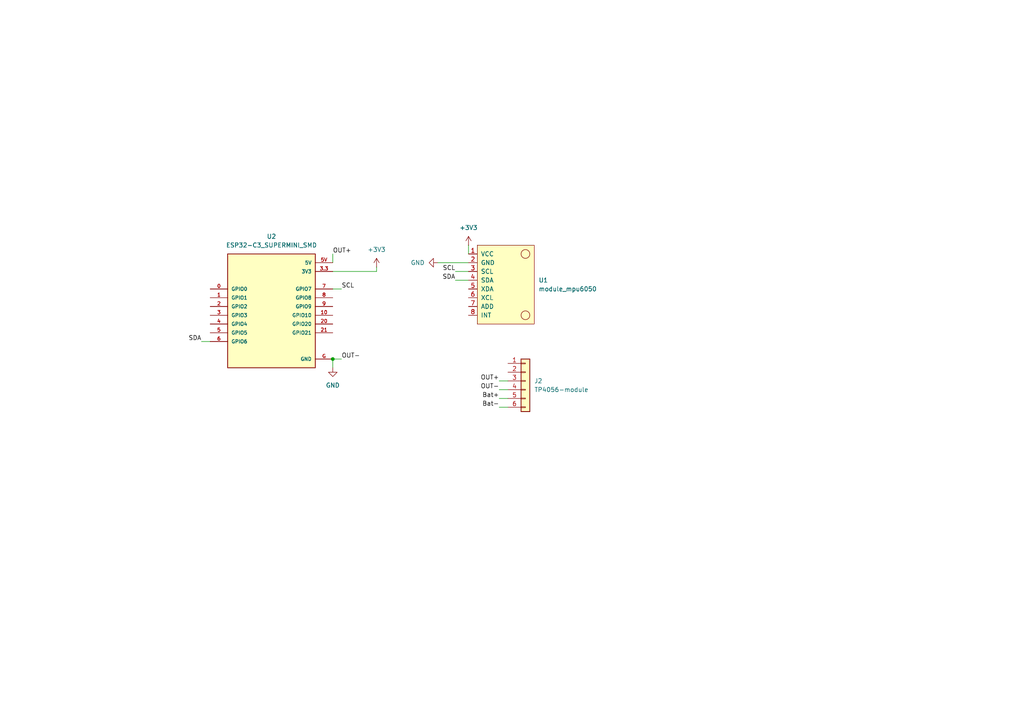
<source format=kicad_sch>
(kicad_sch (version 20250114) (generator "eeschema") (generator_version "9.0")
  (paper "A4")
  (lib_symbols
    (symbol "Connector_Generic:Conn_01x06" (pin_names (offset 1.016) (hide yes))
      (property "Reference" "J" (at 0 7.62 0))
      (property "Value" "Conn_01x06" (at 0 -10.16 0))
      (symbol "Conn_01x06_1_1"
        (rectangle (start -1.27 6.35) (end 1.27 -8.89) (stroke (width 0.254)) (fill (type background)))
        (rectangle (start -1.27 5.207) (end 0 4.953) (stroke (width 0.1524)))
        (rectangle (start -1.27 2.667) (end 0 2.413) (stroke (width 0.1524)))
        (rectangle (start -1.27 0.127) (end 0 -0.127) (stroke (width 0.1524)))
        (rectangle (start -1.27 -2.413) (end 0 -2.667) (stroke (width 0.1524)))
        (rectangle (start -1.27 -4.953) (end 0 -5.207) (stroke (width 0.1524)))
        (rectangle (start -1.27 -7.493) (end 0 -7.747) (stroke (width 0.1524)))
        (pin passive line (at -5.08 5.08 0) (length 3.81) (name "Pin_1") (number "1"))
        (pin passive line (at -5.08 2.54 0) (length 3.81) (name "Pin_2") (number "2"))
        (pin passive line (at -5.08 0 0) (length 3.81) (name "Pin_3") (number "3"))
        (pin passive line (at -5.08 -2.54 0) (length 3.81) (name "Pin_4") (number "4"))
        (pin passive line (at -5.08 -5.08 0) (length 3.81) (name "Pin_5") (number "5"))
        (pin passive line (at -5.08 -7.62 0) (length 3.81) (name "Pin_6") (number "6"))
      )
    )
    (symbol "SnapEDA-Library:ESP32-C3_SUPERMINI_SMD" (pin_names (offset 1.016))
      (property "Reference" "U" (at -12.7 16.002 0))
      (property "Value" "ESP32-C3_SUPERMINI_SMD" (at -12.7 -20.32 0))
      (symbol "ESP32-C3_SUPERMINI_SMD_0_0"
        (rectangle (start -12.7 -17.78) (end 12.7 15.24) (stroke (width 0.254)) (fill (type background)))
        (pin bidirectional line (at -17.78 5.08 0) (length 5.08) (name "GPIO0") (number "0"))
        (pin bidirectional line (at -17.78 2.54 0) (length 5.08) (name "GPIO1") (number "1"))
        (pin bidirectional line (at -17.78 0 0) (length 5.08) (name "GPIO2") (number "2"))
        (pin bidirectional line (at -17.78 -2.54 0) (length 5.08) (name "GPIO3") (number "3"))
        (pin bidirectional line (at -17.78 -5.08 0) (length 5.08) (name "GPIO4") (number "4"))
        (pin bidirectional line (at -17.78 -7.62 0) (length 5.08) (name "GPIO5") (number "5"))
        (pin bidirectional line (at -17.78 -10.16 0) (length 5.08) (name "GPIO6") (number "6"))
        (pin power_in line (at 17.78 12.7 180) (length 5.08) (name "5V") (number "5V"))
        (pin power_in line (at 17.78 10.16 180) (length 5.08) (name "3V3") (number "3.3"))
        (pin bidirectional line (at 17.78 5.08 180) (length 5.08) (name "GPIO7") (number "7"))
        (pin bidirectional line (at 17.78 2.54 180) (length 5.08) (name "GPIO8") (number "8"))
        (pin bidirectional line (at 17.78 0 180) (length 5.08) (name "GPIO9") (number "9"))
        (pin bidirectional line (at 17.78 -2.54 180) (length 5.08) (name "GPIO10") (number "10"))
        (pin bidirectional line (at 17.78 -5.08 180) (length 5.08) (name "GPIO20") (number "20"))
        (pin bidirectional line (at 17.78 -7.62 180) (length 5.08) (name "GPIO21") (number "21"))
        (pin power_in line (at 17.78 -15.24 180) (length 5.08) (name "GND") (number "G"))
      )
    )
    (symbol "power:+3V3" (power) (pin_numbers (hide yes)) (pin_names (offset 0) (hide yes))
      (property "Value" "+3V3" (at 0 3.556 0))
      (symbol "+3V3_0_1"
        (polyline (pts (xy -0.762 1.27) (xy 0 2.54)))
        (polyline (pts (xy 0 2.54) (xy 0.762 1.27)))
        (polyline (pts (xy 0 0) (xy 0 2.54)))
      )
      (symbol "+3V3_1_1"
        (pin power_in line (at 0 0 90) (length 0) (name "~") (number "1"))
      )
    )
    (symbol "power:GND" (power) (pin_numbers (hide yes)) (pin_names (offset 0) (hide yes))
      (property "Value" "GND" (at 0 -3.81 0))
      (symbol "GND_0_1"
        (polyline (pts (xy 0 0) (xy 0 -1.27) (xy 1.27 -1.27) (xy 0 -2.54) (xy -1.27 -1.27) (xy 0 -1.27)))
      )
      (symbol "GND_1_1"
        (pin power_in line (at 0 0 270) (length 0) (name "~") (number "1"))
      )
    )
    (symbol "usini_sensors:module_mpu6050" (pin_names (offset 1.016))
      (property "Reference" "U" (at 2.54 21.59 0))
      (property "Value" "module_mpu6050" (at 11.43 -3.81 0))
      (symbol "module_mpu6050_0_1"
        (rectangle (start 2.54 20.32) (end 19.05 -2.54) (fill (type background)))
        (circle (center 16.51 17.78) (radius 1.27))
        (circle (center 16.51 0) (radius 1.27))
      )
      (symbol "module_mpu6050_1_1"
        (pin input line (at 0 17.78 0) (length 2.54) (name "VCC") (number "1"))
        (pin input line (at 0 15.24 0) (length 2.54) (name "GND") (number "2"))
        (pin input line (at 0 12.7 0) (length 2.54) (name "SCL") (number "3"))
        (pin input line (at 0 10.16 0) (length 2.54) (name "SDA") (number "4"))
        (pin input line (at 0 7.62 0) (length 2.54) (name "XDA") (number "5"))
        (pin input line (at 0 5.08 0) (length 2.54) (name "XCL") (number "6"))
        (pin input line (at 0 2.54 0) (length 2.54) (name "ADD") (number "7"))
        (pin input line (at 0 0 0) (length 2.54) (name "INT") (number "8"))
      )
    )
  )
  (junction (at 96.52 104.14))
  (wire (pts (xy 135.89 71.12) (xy 135.89 73.66)))
  (wire (pts (xy 132.08 78.74) (xy 135.89 78.74)))
  (wire (pts (xy 96.52 104.14) (xy 99.06 104.14)))
  (wire (pts (xy 127 76.2) (xy 135.89 76.2)))
  (wire (pts (xy 96.52 104.14) (xy 96.52 106.68)))
  (wire (pts (xy 109.22 78.74) (xy 109.22 77.47)))
  (wire (pts (xy 96.52 83.82) (xy 99.06 83.82)))
  (wire (pts (xy 144.78 115.57) (xy 147.32 115.57)))
  (wire (pts (xy 144.78 110.49) (xy 147.32 110.49)))
  (wire (pts (xy 144.78 113.03) (xy 147.32 113.03)))
  (wire (pts (xy 96.52 78.74) (xy 109.22 78.74)))
  (wire (pts (xy 144.78 118.11) (xy 147.32 118.11)))
  (wire (pts (xy 58.42 99.06) (xy 60.96 99.06)))
  (wire (pts (xy 96.52 73.66) (xy 96.52 76.2)))
  (wire (pts (xy 132.08 81.28) (xy 135.89 81.28)))
  (label "Bat+" (at 144.78 115.57 180))
  (label "SCL" (at 132.08 78.74 180))
  (label "SCL" (at 99.06 83.82 0))
  (label "OUT+" (at 144.78 110.49 180))
  (label "SDA" (at 58.42 99.06 180))
  (label "OUT-" (at 144.78 113.03 180))
  (label "Bat-" (at 144.78 118.11 180))
  (label "SDA" (at 132.08 81.28 180))
  (label "OUT-" (at 99.06 104.14 0))
  (label "OUT+" (at 96.52 73.66 0))
  (symbol (lib_id "Connector_Generic:Conn_01x06") (at 152.4 110.49 0) (unit 1)
    (property "Reference" "J2" (at 154.94 110.4899 0) (effects (justify left)))
    (property "Value" "TP4056-module" (at 154.94 113.0299 0) (effects (justify left)))
    (property "Footprint" "tp4056-module:tp4056-module" (effects (hide yes)))
    (property "Description" "Generic connector, single row, 01x06, script generated (kicad-library-utils/schlib/autogen/connector/)" (effects (hide yes)))
  )
  (symbol (lib_id "SnapEDA-Library:ESP32-C3_SUPERMINI_SMD") (at 78.74 88.9 0) (unit 1)
    (property "Reference" "U2" (at 78.74 68.58 0))
    (property "Value" "ESP32-C3_SUPERMINI_SMD" (at 78.74 71.12 0))
    (property "Footprint" "Footprints:MODULE_ESP32-C3_SUPERMINI" (effects (hide yes)))
    (property "STANDARD" "Manufacturer Recommendations" (effects (hide yes)))
    (property "MAXIMUM_PACKAGE_HEIGHT" "4.2mm" (effects (hide yes)))
    (property "MANUFACTURER" "Espressif" (effects (hide yes)))
  )
  (symbol (lib_id "power:+3V3") (at 109.22 77.47 0) (unit 1)
    (property "Reference" "#PWR02" (effects (hide yes)))
    (property "Value" "+3V3" (at 109.22 72.39 0))
    (property "Description" "Power symbol creates a global label with name \"+3V3\"" (effects (hide yes)))
  )
  (symbol (lib_id "usini_sensors:module_mpu6050") (at 135.89 91.44 0) (unit 1)
    (property "Reference" "U1" (at 156.21 81.2799 0) (effects (justify left)))
    (property "Value" "module_mpu6050" (at 156.21 83.8199 0) (effects (justify left)))
    (property "Footprint" "usini_sensors:module_mpu6050" (effects (hide yes)))
  )
  (symbol (lib_id "power:GND") (at 127 76.2 270) (unit 1)
    (property "Reference" "#PWR04" (effects (hide yes)))
    (property "Value" "GND" (at 123.19 76.1999 90) (effects (justify right)))
    (property "Description" "Power symbol creates a global label with name \"GND\" , ground" (effects (hide yes)))
  )
  (symbol (lib_id "power:GND") (at 96.52 106.68 0) (unit 1)
    (property "Reference" "#PWR01" (effects (hide yes)))
    (property "Value" "GND" (at 96.52 111.76 0))
    (property "Description" "Power symbol creates a global label with name \"GND\" , ground" (effects (hide yes)))
  )
  (symbol (lib_id "power:+3V3") (at 135.89 71.12 0) (unit 1)
    (property "Reference" "#PWR03" (effects (hide yes)))
    (property "Value" "+3V3" (at 135.89 66.04 0))
    (property "Description" "Power symbol creates a global label with name \"+3V3\"" (effects (hide yes)))
  )
)
</source>
